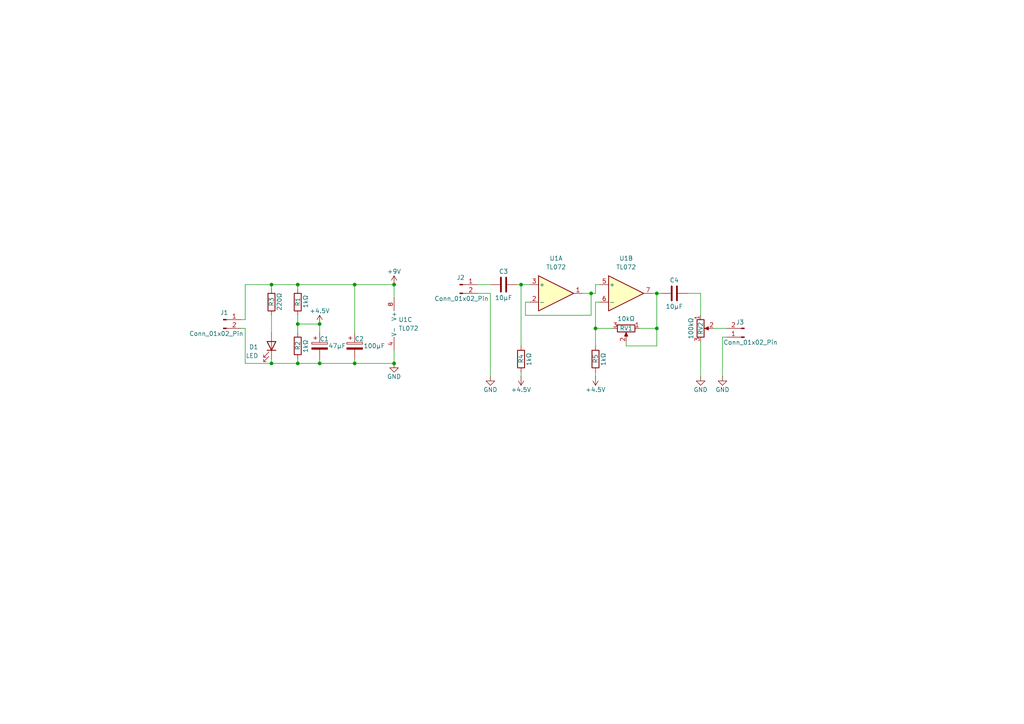
<source format=kicad_sch>
(kicad_sch (version 20231120) (generator "eeschema") (generator_version "8.0")
  (paper "A4")
  (lib_symbols
    (symbol "Amplifier_Operational:TL072" (pin_names (offset 0.127))
      (property "Reference" "U" (at 0 5.08 0))
      (property "Value" "TL072" (at 0 -5.08 0))
      (symbol "TL072_1_1"
        (polyline (pts (xy -5.08 5.08) (xy 5.08 0) (xy -5.08 -5.08) (xy -5.08 5.08)) (stroke (width 0.254)) (fill (type background)))
        (pin output line (at 7.62 0 180) (length 2.54) (name "~") (number "1"))
        (pin input line (at -7.62 -2.54 0) (length 2.54) (name "-") (number "2"))
        (pin input line (at -7.62 2.54 0) (length 2.54) (name "+") (number "3"))
      )
      (symbol "TL072_2_1"
        (polyline (pts (xy -5.08 5.08) (xy 5.08 0) (xy -5.08 -5.08) (xy -5.08 5.08)) (stroke (width 0.254)) (fill (type background)))
        (pin input line (at -7.62 2.54 0) (length 2.54) (name "+") (number "5"))
        (pin input line (at -7.62 -2.54 0) (length 2.54) (name "-") (number "6"))
        (pin output line (at 7.62 0 180) (length 2.54) (name "~") (number "7"))
      )
      (symbol "TL072_3_1"
        (pin power_in line (at -2.54 -7.62 90) (length 3.81) (name "V-") (number "4"))
        (pin power_in line (at -2.54 7.62 270) (length 3.81) (name "V+") (number "8"))
      )
    )
    (symbol "Connector:Conn_01x02_Pin" (pin_names (offset 1.016) hide)
      (property "Reference" "J" (at 0 2.54 0))
      (property "Value" "Conn_01x02_Pin" (at 0 -5.08 0))
      (symbol "Conn_01x02_Pin_1_1"
        (polyline (pts (xy 1.27 -2.54) (xy 0.8636 -2.54)) (stroke (width 0.1524)))
        (polyline (pts (xy 1.27 0) (xy 0.8636 0)) (stroke (width 0.1524)))
        (rectangle (start 0.8636 -2.413) (end 0 -2.667) (stroke (width 0.1524)) (fill (type outline)))
        (rectangle (start 0.8636 0.127) (end 0 -0.127) (stroke (width 0.1524)) (fill (type outline)))
        (pin passive line (at 5.08 0 180) (length 3.81) (name "Pin_1") (number "1"))
        (pin passive line (at 5.08 -2.54 180) (length 3.81) (name "Pin_2") (number "2"))
      )
    )
    (symbol "Device:C" (pin_numbers hide) (pin_names (offset 0.254))
      (property "Reference" "C" (at 0.635 2.54 0))
      (property "Value" "C" (at 0.635 -2.54 0))
      (symbol "C_0_1"
        (polyline (pts (xy -2.032 -0.762) (xy 2.032 -0.762)) (stroke (width 0.508)))
        (polyline (pts (xy -2.032 0.762) (xy 2.032 0.762)) (stroke (width 0.508)))
      )
      (symbol "C_1_1"
        (pin passive line (at 0 3.81 270) (length 2.794) (name "~") (number "1"))
        (pin passive line (at 0 -3.81 90) (length 2.794) (name "~") (number "2"))
      )
    )
    (symbol "Device:C_Polarized" (pin_numbers hide) (pin_names (offset 0.254))
      (property "Reference" "C" (at 0.635 2.54 0))
      (property "Value" "C_Polarized" (at 0.635 -2.54 0))
      (symbol "C_Polarized_0_1"
        (rectangle (start -2.286 0.508) (end 2.286 1.016))
        (polyline (pts (xy -1.778 2.286) (xy -0.762 2.286)))
        (polyline (pts (xy -1.27 2.794) (xy -1.27 1.778)))
        (rectangle (start 2.286 -0.508) (end -2.286 -1.016) (fill (type outline)))
      )
      (symbol "C_Polarized_1_1"
        (pin passive line (at 0 3.81 270) (length 2.794) (name "~") (number "1"))
        (pin passive line (at 0 -3.81 90) (length 2.794) (name "~") (number "2"))
      )
    )
    (symbol "Device:LED" (pin_numbers hide) (pin_names (offset 1.016) hide)
      (property "Reference" "D" (at 0 2.54 0))
      (property "Value" "LED" (at 0 -2.54 0))
      (symbol "LED_0_1"
        (polyline (pts (xy -1.27 -1.27) (xy -1.27 1.27)) (stroke (width 0.254)))
        (polyline (pts (xy -1.27 0) (xy 1.27 0)))
        (polyline (pts (xy 1.27 -1.27) (xy 1.27 1.27) (xy -1.27 0) (xy 1.27 -1.27)) (stroke (width 0.254)))
        (polyline (pts (xy -3.048 -0.762) (xy -4.572 -2.286) (xy -3.81 -2.286) (xy -4.572 -2.286) (xy -4.572 -1.524)))
        (polyline (pts (xy -1.778 -0.762) (xy -3.302 -2.286) (xy -2.54 -2.286) (xy -3.302 -2.286) (xy -3.302 -1.524)))
      )
      (symbol "LED_1_1"
        (pin passive line (at -3.81 0 0) (length 2.54) (name "K") (number "1"))
        (pin passive line (at 3.81 0 180) (length 2.54) (name "A") (number "2"))
      )
    )
    (symbol "Device:R" (pin_numbers hide) (pin_names (offset 0))
      (property "Reference" "R" (at 2.032 0 90))
      (property "Value" "R" (at 0 0 90))
      (symbol "R_0_1"
        (rectangle (start -1.016 -2.54) (end 1.016 2.54) (stroke (width 0.254)))
      )
      (symbol "R_1_1"
        (pin passive line (at 0 3.81 270) (length 1.27) (name "~") (number "1"))
        (pin passive line (at 0 -3.81 90) (length 1.27) (name "~") (number "2"))
      )
    )
    (symbol "Device:R_Potentiometer" (pin_names (offset 1.016) hide)
      (property "Reference" "RV" (at -4.445 0 90))
      (property "Value" "R_Potentiometer" (at -2.54 0 90))
      (symbol "R_Potentiometer_0_1"
        (polyline (pts (xy 2.54 0) (xy 1.524 0)))
        (polyline (pts (xy 1.143 0) (xy 2.286 0.508) (xy 2.286 -0.508) (xy 1.143 0)) (fill (type outline)))
        (rectangle (start 1.016 2.54) (end -1.016 -2.54) (stroke (width 0.254)))
      )
      (symbol "R_Potentiometer_1_1"
        (pin passive line (at 0 3.81 270) (length 1.27) (name "1") (number "1"))
        (pin passive line (at 3.81 0 180) (length 1.27) (name "2") (number "2"))
        (pin passive line (at 0 -3.81 90) (length 1.27) (name "3") (number "3"))
      )
    )
    (symbol "power:+3.3V" (power) (pin_numbers hide) (pin_names (offset 0) hide)
      (property "Value" "+3.3V" (at 0 3.556 0))
      (symbol "+3.3V_0_1"
        (polyline (pts (xy -0.762 1.27) (xy 0 2.54)))
        (polyline (pts (xy 0 0) (xy 0 2.54)))
        (polyline (pts (xy 0 2.54) (xy 0.762 1.27)))
      )
      (symbol "+3.3V_1_1"
        (pin power_in line (at 0 0 90) (length 0) (name "~") (number "1"))
      )
    )
    (symbol "power:+9V" (power) (pin_numbers hide) (pin_names (offset 0) hide)
      (property "Value" "+9V" (at 0 3.556 0))
      (symbol "+9V_0_1"
        (polyline (pts (xy -0.762 1.27) (xy 0 2.54)))
        (polyline (pts (xy 0 0) (xy 0 2.54)))
        (polyline (pts (xy 0 2.54) (xy 0.762 1.27)))
      )
      (symbol "+9V_1_1"
        (pin power_in line (at 0 0 90) (length 0) (name "~") (number "1"))
      )
    )
    (symbol "power:GND" (power) (pin_numbers hide) (pin_names (offset 0) hide)
      (property "Value" "GND" (at 0 -3.81 0))
      (symbol "GND_0_1"
        (polyline (pts (xy 0 0) (xy 0 -1.27) (xy 1.27 -1.27) (xy 0 -2.54) (xy -1.27 -1.27) (xy 0 -1.27)))
      )
      (symbol "GND_1_1"
        (pin power_in line (at 0 0 270) (length 0) (name "~") (number "1"))
      )
    )
  )
  (junction (at 102.87 82.55))
  (junction (at 172.72 95.25))
  (junction (at 151.13 82.55))
  (junction (at 190.5 95.25))
  (junction (at 102.87 105.41))
  (junction (at 92.71 105.41))
  (junction (at 114.3 105.41))
  (junction (at 78.74 105.41))
  (junction (at 190.5 85.09))
  (junction (at 171.45 85.09))
  (junction (at 86.36 105.41))
  (junction (at 114.3 82.55))
  (junction (at 92.71 93.98))
  (junction (at 86.36 82.55))
  (junction (at 86.36 93.98))
  (junction (at 78.74 82.55))
  (wire (pts (xy 177.8 95.25) (xy 172.72 95.25)))
  (wire (pts (xy 172.72 85.09) (xy 171.45 85.09)))
  (wire (pts (xy 207.01 95.25) (xy 210.82 95.25)))
  (wire (pts (xy 71.12 105.41) (xy 78.74 105.41)))
  (wire (pts (xy 149.86 82.55) (xy 151.13 82.55)))
  (wire (pts (xy 92.71 105.41) (xy 86.36 105.41)))
  (wire (pts (xy 69.85 92.71) (xy 71.12 92.71)))
  (wire (pts (xy 190.5 85.09) (xy 190.5 95.25)))
  (wire (pts (xy 86.36 93.98) (xy 86.36 96.52)))
  (wire (pts (xy 172.72 95.25) (xy 172.72 87.63)))
  (wire (pts (xy 102.87 105.41) (xy 92.71 105.41)))
  (wire (pts (xy 86.36 105.41) (xy 86.36 104.14)))
  (wire (pts (xy 172.72 107.95) (xy 172.72 109.22)))
  (wire (pts (xy 86.36 82.55) (xy 86.36 83.82)))
  (wire (pts (xy 151.13 82.55) (xy 153.67 82.55)))
  (wire (pts (xy 102.87 82.55) (xy 86.36 82.55)))
  (wire (pts (xy 114.3 86.36) (xy 114.3 82.55)))
  (wire (pts (xy 142.24 109.22) (xy 142.24 85.09)))
  (wire (pts (xy 203.2 85.09) (xy 199.39 85.09)))
  (wire (pts (xy 71.12 92.71) (xy 71.12 82.55)))
  (wire (pts (xy 151.13 107.95) (xy 151.13 109.22)))
  (wire (pts (xy 102.87 105.41) (xy 114.3 105.41)))
  (wire (pts (xy 209.55 97.79) (xy 209.55 109.22)))
  (wire (pts (xy 181.61 100.33) (xy 190.5 100.33)))
  (wire (pts (xy 152.4 91.44) (xy 152.4 87.63)))
  (wire (pts (xy 92.71 104.14) (xy 92.71 105.41)))
  (wire (pts (xy 78.74 105.41) (xy 78.74 104.14)))
  (wire (pts (xy 78.74 82.55) (xy 78.74 83.82)))
  (wire (pts (xy 171.45 91.44) (xy 171.45 85.09)))
  (wire (pts (xy 190.5 85.09) (xy 191.77 85.09)))
  (wire (pts (xy 181.61 99.06) (xy 181.61 100.33)))
  (wire (pts (xy 172.72 82.55) (xy 172.72 85.09)))
  (wire (pts (xy 71.12 95.25) (xy 71.12 105.41)))
  (wire (pts (xy 92.71 93.98) (xy 86.36 93.98)))
  (wire (pts (xy 86.36 91.44) (xy 86.36 93.98)))
  (wire (pts (xy 171.45 85.09) (xy 168.91 85.09)))
  (wire (pts (xy 102.87 104.14) (xy 102.87 105.41)))
  (wire (pts (xy 190.5 95.25) (xy 190.5 100.33)))
  (wire (pts (xy 114.3 82.55) (xy 102.87 82.55)))
  (wire (pts (xy 114.3 101.6) (xy 114.3 105.41)))
  (wire (pts (xy 102.87 96.52) (xy 102.87 82.55)))
  (wire (pts (xy 203.2 99.06) (xy 203.2 109.22)))
  (wire (pts (xy 185.42 95.25) (xy 190.5 95.25)))
  (wire (pts (xy 142.24 85.09) (xy 138.43 85.09)))
  (wire (pts (xy 138.43 82.55) (xy 142.24 82.55)))
  (wire (pts (xy 203.2 91.44) (xy 203.2 85.09)))
  (wire (pts (xy 151.13 100.33) (xy 151.13 82.55)))
  (wire (pts (xy 172.72 87.63) (xy 173.99 87.63)))
  (wire (pts (xy 78.74 82.55) (xy 86.36 82.55)))
  (wire (pts (xy 190.5 85.09) (xy 189.23 85.09)))
  (wire (pts (xy 171.45 91.44) (xy 152.4 91.44)))
  (wire (pts (xy 152.4 87.63) (xy 153.67 87.63)))
  (wire (pts (xy 172.72 95.25) (xy 172.72 100.33)))
  (wire (pts (xy 78.74 105.41) (xy 86.36 105.41)))
  (wire (pts (xy 92.71 96.52) (xy 92.71 93.98)))
  (wire (pts (xy 173.99 82.55) (xy 172.72 82.55)))
  (wire (pts (xy 71.12 82.55) (xy 78.74 82.55)))
  (wire (pts (xy 209.55 97.79) (xy 210.82 97.79)))
  (wire (pts (xy 78.74 91.44) (xy 78.74 96.52)))
  (wire (pts (xy 69.85 95.25) (xy 71.12 95.25)))
  (symbol (lib_id "Amplifier_Operational:TL072") (at 116.84 93.98 0) (unit 3)
    (property "Reference" "U1" (at 115.57 92.7099 0) (effects (justify left)))
    (property "Value" "TL072" (at 115.57 95.2499 0) (effects (justify left)))
    (property "Footprint" "Package_DIP:DIP-8_W7.62mm" (effects (hide yes)))
    (property "Datasheet" "http://www.ti.com/lit/ds/symlink/tl071.pdf" (effects (hide yes)))
    (property "Description" "Dual Low-Noise JFET-Input Operational Amplifiers, DIP-8/SOIC-8" (effects (hide yes)))
  )
  (symbol (lib_id "power:GND") (at 209.55 109.22 0) (unit 1)
    (property "Reference" "#PWR07" (effects (hide yes)))
    (property "Value" "GND" (at 209.55 113.03 0))
    (property "Description" "Power symbol creates a global label with name \"GND\" , ground" (effects (hide yes)))
  )
  (symbol (lib_id "Device:LED") (at 78.74 100.33 270) (mirror x) (unit 1)
    (property "Reference" "D1" (at 74.93 100.6474 90) (effects (justify right)))
    (property "Value" "LED" (at 74.93 103.1874 90) (effects (justify right)))
    (property "Footprint" "LED_THT:LED_D5.0mm_Clear" (effects (hide yes)))
    (property "Description" "Light emitting diode" (effects (hide yes)))
  )
  (symbol (lib_id "Device:R") (at 172.72 104.14 0) (unit 1)
    (property "Reference" "R5" (at 172.72 105.41 90) (effects (justify left)))
    (property "Value" "1kΩ" (at 175.006 106.172 90) (effects (justify left)))
    (property "Footprint" "Resistor_THT:R_Axial_DIN0207_L6.3mm_D2.5mm_P7.62mm_Horizontal" (effects (hide yes)))
    (property "Description" "Resistor" (effects (hide yes)))
  )
  (symbol (lib_id "Amplifier_Operational:TL072") (at 161.29 85.09 0) (unit 1)
    (property "Reference" "U1" (at 161.29 74.93 0))
    (property "Value" "TL072" (at 161.29 77.47 0))
    (property "Footprint" "Package_DIP:DIP-8_W7.62mm" (effects (hide yes)))
    (property "Datasheet" "http://www.ti.com/lit/ds/symlink/tl071.pdf" (effects (hide yes)))
    (property "Description" "Dual Low-Noise JFET-Input Operational Amplifiers, DIP-8/SOIC-8" (effects (hide yes)))
  )
  (symbol (lib_id "Device:C_Polarized") (at 102.87 100.33 0) (unit 1)
    (property "Reference" "C2" (at 102.87 98.298 0) (effects (justify left)))
    (property "Value" "100µF" (at 105.41 100.33 0) (effects (justify left)))
    (property "Footprint" "Capacitor_THT:CP_Radial_D5.0mm_P2.00mm" (effects (hide yes)))
    (property "Description" "Polarized capacitor" (effects (hide yes)))
  )
  (symbol (lib_id "power:+3.3V") (at 92.71 93.98 0) (unit 1)
    (property "Reference" "#PWR03" (effects (hide yes)))
    (property "Value" "+4.5V" (at 92.71 90.17 0))
    (property "Description" "Power symbol creates a global label with name \"+3.3V\"" (effects (hide yes)))
  )
  (symbol (lib_id "Device:R_Potentiometer") (at 181.61 95.25 270) (unit 1)
    (property "Reference" "RV1" (at 181.61 95.25 90))
    (property "Value" "10kΩ" (at 181.61 92.456 90))
    (property "Footprint" "Potentiometer_THT:Potentiometer_Alpha_RD901F-40-00D_Single_Vertical" (effects (hide yes)))
    (property "Description" "Potentiometer" (effects (hide yes)))
  )
  (symbol (lib_id "Connector:Conn_01x02_Pin") (at 64.77 92.71 0) (unit 1)
    (property "Reference" "J1" (at 65.024 90.678 0))
    (property "Value" "Conn_01x02_Pin" (at 62.738 96.774 0))
    (property "Footprint" "Connector_PinHeader_2.00mm:PinHeader_1x02_P2.00mm_Vertical" (effects (hide yes)))
    (property "Description" "Generic connector, single row, 01x02, script generated" (effects (hide yes)))
  )
  (symbol (lib_id "Device:C") (at 195.58 85.09 90) (unit 1)
    (property "Reference" "C4" (at 195.58 81.28 90))
    (property "Value" "10µF" (at 195.58 88.9 90))
    (property "Footprint" "Capacitor_THT:C_Disc_D5.0mm_W2.5mm_P5.00mm" (effects (hide yes)))
    (property "Description" "Unpolarized capacitor" (effects (hide yes)))
  )
  (symbol (lib_id "Connector:Conn_01x02_Pin") (at 133.35 82.55 0) (unit 1)
    (property "Reference" "J2" (at 133.604 80.518 0))
    (property "Value" "Conn_01x02_Pin" (at 133.858 86.614 0))
    (property "Footprint" "Connector_PinHeader_2.00mm:PinHeader_1x02_P2.00mm_Vertical" (effects (hide yes)))
    (property "Description" "Generic connector, single row, 01x02, script generated" (effects (hide yes)))
  )
  (symbol (lib_id "power:GND") (at 114.3 105.41 0) (unit 1)
    (property "Reference" "#PWR02" (effects (hide yes)))
    (property "Value" "GND" (at 114.3 109.22 0))
    (property "Description" "Power symbol creates a global label with name \"GND\" , ground" (effects (hide yes)))
  )
  (symbol (lib_id "Device:R") (at 151.13 104.14 0) (unit 1)
    (property "Reference" "R4" (at 151.13 105.41 90) (effects (justify left)))
    (property "Value" "1kΩ" (at 153.416 106.172 90) (effects (justify left)))
    (property "Footprint" "Resistor_THT:R_Axial_DIN0207_L6.3mm_D2.5mm_P7.62mm_Horizontal" (effects (hide yes)))
    (property "Description" "Resistor" (effects (hide yes)))
  )
  (symbol (lib_id "Device:R") (at 86.36 100.33 0) (unit 1)
    (property "Reference" "R2" (at 86.36 101.6 90) (effects (justify left)))
    (property "Value" "1kΩ" (at 88.646 102.362 90) (effects (justify left)))
    (property "Footprint" "Resistor_THT:R_Axial_DIN0207_L6.3mm_D2.5mm_P7.62mm_Horizontal" (effects (hide yes)))
    (property "Description" "Resistor" (effects (hide yes)))
  )
  (symbol (lib_id "power:GND") (at 203.2 109.22 0) (unit 1)
    (property "Reference" "#PWR08" (effects (hide yes)))
    (property "Value" "GND" (at 203.2 113.03 0))
    (property "Description" "Power symbol creates a global label with name \"GND\" , ground" (effects (hide yes)))
  )
  (symbol (lib_id "Amplifier_Operational:TL072") (at 181.61 85.09 0) (unit 2)
    (property "Reference" "U1" (at 181.61 74.93 0))
    (property "Value" "TL072" (at 181.61 77.47 0))
    (property "Footprint" "Package_DIP:DIP-8_W7.62mm" (effects (hide yes)))
    (property "Datasheet" "http://www.ti.com/lit/ds/symlink/tl071.pdf" (effects (hide yes)))
    (property "Description" "Dual Low-Noise JFET-Input Operational Amplifiers, DIP-8/SOIC-8" (effects (hide yes)))
  )
  (symbol (lib_id "Device:C_Polarized") (at 92.71 100.33 0) (unit 1)
    (property "Reference" "C1" (at 92.71 98.298 0) (effects (justify left)))
    (property "Value" "47µF" (at 95.25 100.33 0) (effects (justify left)))
    (property "Footprint" "Capacitor_THT:CP_Radial_D5.0mm_P2.00mm" (effects (hide yes)))
    (property "Description" "Polarized capacitor" (effects (hide yes)))
  )
  (symbol (lib_id "Device:R_Potentiometer") (at 203.2 95.25 0) (unit 1)
    (property "Reference" "RV2" (at 203.2 95.25 90))
    (property "Value" "100kΩ" (at 200.406 95.25 90))
    (property "Footprint" "Potentiometer_THT:Potentiometer_Alpha_RD901F-40-00D_Single_Vertical" (effects (hide yes)))
    (property "Description" "Potentiometer" (effects (hide yes)))
  )
  (symbol (lib_id "Device:R") (at 86.36 87.63 0) (unit 1)
    (property "Reference" "R1" (at 86.36 88.9 90) (effects (justify left)))
    (property "Value" "1kΩ" (at 88.646 89.408 90) (effects (justify left)))
    (property "Footprint" "Resistor_THT:R_Axial_DIN0207_L6.3mm_D2.5mm_P7.62mm_Horizontal" (effects (hide yes)))
    (property "Description" "Resistor" (effects (hide yes)))
  )
  (symbol (lib_id "Device:R") (at 78.74 87.63 0) (unit 1)
    (property "Reference" "R3" (at 78.74 88.9 90) (effects (justify left)))
    (property "Value" "220Ω" (at 81.026 90.17 90) (effects (justify left)))
    (property "Footprint" "Resistor_THT:R_Axial_DIN0207_L6.3mm_D2.5mm_P7.62mm_Horizontal" (effects (hide yes)))
    (property "Description" "Resistor" (effects (hide yes)))
  )
  (symbol (lib_id "power:+3.3V") (at 172.72 109.22 180) (unit 1)
    (property "Reference" "#PWR06" (effects (hide yes)))
    (property "Value" "+4.5V" (at 172.72 113.03 0))
    (property "Description" "Power symbol creates a global label with name \"+3.3V\"" (effects (hide yes)))
  )
  (symbol (lib_id "Device:C") (at 146.05 82.55 90) (unit 1)
    (property "Reference" "C3" (at 146.05 78.74 90))
    (property "Value" "10µF" (at 146.05 86.36 90))
    (property "Footprint" "Capacitor_THT:C_Disc_D5.0mm_W2.5mm_P5.00mm" (effects (hide yes)))
    (property "Description" "Unpolarized capacitor" (effects (hide yes)))
  )
  (symbol (lib_id "Connector:Conn_01x02_Pin") (at 215.9 97.79 180) (unit 1)
    (property "Reference" "J3" (at 214.63 93.472 0))
    (property "Value" "Conn_01x02_Pin" (at 217.678 99.314 0))
    (property "Footprint" "Connector_PinHeader_2.00mm:PinHeader_1x02_P2.00mm_Vertical" (effects (hide yes)))
    (property "Description" "Generic connector, single row, 01x02, script generated" (effects (hide yes)))
  )
  (symbol (lib_id "power:+9V") (at 114.3 82.55 0) (unit 1)
    (property "Reference" "#PWR01" (effects (hide yes)))
    (property "Value" "+9V" (at 114.3 78.74 0))
    (property "Description" "Power symbol creates a global label with name \"+9V\"" (effects (hide yes)))
  )
  (symbol (lib_id "power:GND") (at 142.24 109.22 0) (unit 1)
    (property "Reference" "#PWR04" (effects (hide yes)))
    (property "Value" "GND" (at 142.24 113.03 0))
    (property "Description" "Power symbol creates a global label with name \"GND\" , ground" (effects (hide yes)))
  )
  (symbol (lib_id "power:+3.3V") (at 151.13 109.22 180) (unit 1)
    (property "Reference" "#PWR05" (effects (hide yes)))
    (property "Value" "+4.5V" (at 151.13 113.03 0))
    (property "Description" "Power symbol creates a global label with name \"+3.3V\"" (effects (hide yes)))
  )
)
</source>
